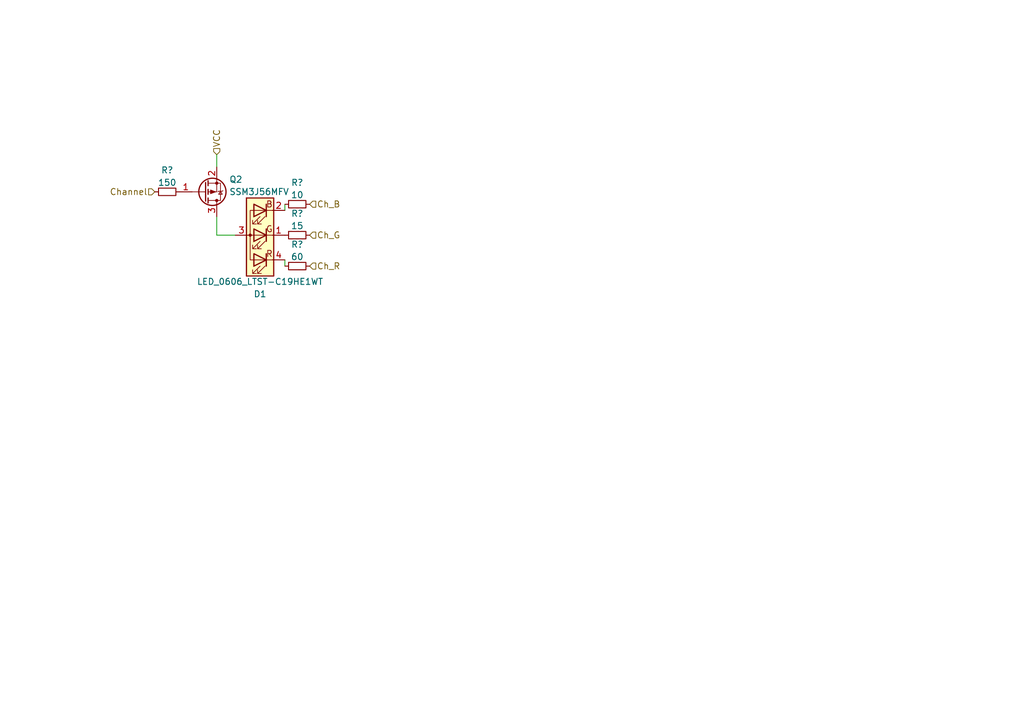
<source format=kicad_sch>
(kicad_sch (version 20230121) (generator eeschema)
  (paper "A5")
  (lib_symbols
    (symbol "Device:LED_GBAR" (pin_names (offset 0) hide)
      (property "Reference" "D" (at 0 9.398 0))
      (property "Value" "LED_GBAR" (at 0 -8.89 0))
      (symbol "LED_GBAR_0_0"
        (text "B" (at -1.905 -6.35 0) (effects (font (size 1.27 1.27))))
        (text "G" (at -1.905 -1.27 0) (effects (font (size 1.27 1.27))))
        (text "R" (at -1.905 3.81 0) (effects (font (size 1.27 1.27))))
      )
      (symbol "LED_GBAR_0_1"
        (polyline (pts (xy -1.27 -5.08) (xy -2.54 -5.08)))
        (polyline (pts (xy -1.27 -5.08) (xy 1.27 -5.08)))
        (polyline (pts (xy -1.27 -3.81) (xy -1.27 -6.35)) (stroke (width 0.254)))
        (polyline (pts (xy -1.27 0) (xy -2.54 0)))
        (polyline (pts (xy -1.27 1.27) (xy -1.27 -1.27)) (stroke (width 0.254)))
        (polyline (pts (xy -1.27 5.08) (xy -2.54 5.08)))
        (polyline (pts (xy -1.27 5.08) (xy 1.27 5.08)))
        (polyline (pts (xy -1.27 6.35) (xy -1.27 3.81)) (stroke (width 0.254)))
        (polyline (pts (xy 1.27 0) (xy -1.27 0)))
        (polyline (pts (xy 1.27 0) (xy 2.54 0)))
        (polyline (pts (xy -1.27 1.27) (xy -1.27 -1.27) (xy -1.27 -1.27)))
        (polyline (pts (xy -1.27 6.35) (xy -1.27 3.81) (xy -1.27 3.81)))
        (polyline (pts (xy 1.27 -5.08) (xy 2.032 -5.08) (xy 2.032 5.08) (xy 1.27 5.08)))
        (polyline (pts (xy 1.27 -3.81) (xy 1.27 -6.35) (xy -1.27 -5.08) (xy 1.27 -3.81)) (stroke (width 0.254)))
        (polyline (pts (xy 1.27 1.27) (xy 1.27 -1.27) (xy -1.27 0) (xy 1.27 1.27)) (stroke (width 0.254)))
        (polyline (pts (xy 1.27 6.35) (xy 1.27 3.81) (xy -1.27 5.08) (xy 1.27 6.35)) (stroke (width 0.254)))
        (polyline (pts (xy -1.016 -3.81) (xy 0.508 -2.286) (xy -0.254 -2.286) (xy 0.508 -2.286) (xy 0.508 -3.048)))
        (polyline (pts (xy -1.016 1.27) (xy 0.508 2.794) (xy -0.254 2.794) (xy 0.508 2.794) (xy 0.508 2.032)))
        (polyline (pts (xy -1.016 6.35) (xy 0.508 7.874) (xy -0.254 7.874) (xy 0.508 7.874) (xy 0.508 7.112)))
        (polyline (pts (xy 0 -3.81) (xy 1.524 -2.286) (xy 0.762 -2.286) (xy 1.524 -2.286) (xy 1.524 -3.048)))
        (polyline (pts (xy 0 1.27) (xy 1.524 2.794) (xy 0.762 2.794) (xy 1.524 2.794) (xy 1.524 2.032)))
        (polyline (pts (xy 0 6.35) (xy 1.524 7.874) (xy 0.762 7.874) (xy 1.524 7.874) (xy 1.524 7.112)))
        (rectangle (start 1.27 -1.27) (end 1.27 1.27))
        (rectangle (start 1.27 1.27) (end 1.27 1.27))
        (rectangle (start 1.27 3.81) (end 1.27 6.35))
        (rectangle (start 1.27 6.35) (end 1.27 6.35))
        (circle (center 2.032 0) (radius 0.254) (fill (type outline)))
        (rectangle (start 2.794 8.382) (end -2.794 -7.62) (stroke (width 0.254)) (fill (type background)))
      )
      (symbol "LED_GBAR_1_1"
        (pin passive line (at -5.08 0 0) (length 2.54) (name "GK") (number "1"))
        (pin passive line (at -5.08 -5.08 0) (length 2.54) (name "BK") (number "2"))
        (pin passive line (at 5.08 0 180) (length 2.54) (name "A") (number "3"))
        (pin passive line (at -5.08 5.08 0) (length 2.54) (name "RK") (number "4"))
      )
    )
    (symbol "Device:R_Small" (pin_numbers hide) (pin_names (offset 0.254) hide)
      (property "Reference" "R" (at 0.762 0.508 0))
      (property "Value" "R_Small" (at 0.762 -1.016 0))
      (symbol "R_Small_0_1"
        (rectangle (start -0.762 1.778) (end 0.762 -1.778) (stroke (width 0.2032)))
      )
      (symbol "R_Small_1_1"
        (pin passive line (at 0 2.54 270) (length 0.762) (name "~") (number "1"))
        (pin passive line (at 0 -2.54 90) (length 0.762) (name "~") (number "2"))
      )
    )
    (symbol "Transistor_FET:SSM3J56MFV" (pin_names hide)
      (property "Reference" "Q" (at 5.08 1.905 0))
      (property "Value" "SSM3J56MFV" (at 5.08 0 0))
      (symbol "SSM3J56MFV_0_1"
        (polyline (pts (xy 0.254 0) (xy -2.54 0)))
        (polyline (pts (xy 0.254 1.905) (xy 0.254 -1.905)) (stroke (width 0.254)))
        (polyline (pts (xy 0.762 -1.27) (xy 0.762 -2.286)) (stroke (width 0.254)))
        (polyline (pts (xy 0.762 0.508) (xy 0.762 -0.508)) (stroke (width 0.254)))
        (polyline (pts (xy 0.762 2.286) (xy 0.762 1.27)) (stroke (width 0.254)))
        (polyline (pts (xy 2.54 2.54) (xy 2.54 1.778)))
        (polyline (pts (xy 2.54 -2.54) (xy 2.54 0) (xy 0.762 0)))
        (polyline (pts (xy 0.762 -1.778) (xy 3.302 -1.778) (xy 3.302 1.778) (xy 0.762 1.778)))
        (polyline (pts (xy 2.286 0) (xy 1.27 -0.381) (xy 1.27 0.381) (xy 2.286 0)) (fill (type outline)))
        (polyline (pts (xy 3.302 -0.127) (xy 3.683 0.508) (xy 2.921 0.508) (xy 3.302 -0.127)))
        (polyline (pts (xy 3.81 -0.254) (xy 3.683 -0.127) (xy 2.921 -0.127) (xy 2.794 0)))
        (circle (center 1.651 0) (radius 2.794) (stroke (width 0.254)))
        (circle (center 2.54 -1.778) (radius 0.254) (fill (type outline)))
        (circle (center 2.54 1.778) (radius 0.254) (fill (type outline)))
      )
      (symbol "SSM3J56MFV_1_1"
        (pin input line (at -5.08 0 0) (length 2.54) (name "G") (number "1"))
        (pin passive line (at 2.54 -5.08 90) (length 2.54) (name "S") (number "2"))
        (pin passive line (at 2.54 5.08 270) (length 2.54) (name "D") (number "3"))
      )
    )
  )
  (wire (pts (xy 58.42 41.91) (xy 58.42 43.18)))
  (wire (pts (xy 44.45 48.26) (xy 48.26 48.26)))
  (wire (pts (xy 44.45 31.75) (xy 44.45 34.29)))
  (wire (pts (xy 44.45 44.45) (xy 44.45 48.26)))
  (wire (pts (xy 58.42 54.61) (xy 58.42 53.34)))
  (hierarchical_label "Ch_B" (shape input) (at 63.5 41.91 0))
  (hierarchical_label "VCC" (shape input) (at 44.45 31.75 90))
  (hierarchical_label "Channel" (shape input) (at 31.75 39.37 180))
  (hierarchical_label "Ch_R" (shape input) (at 63.5 54.61 0))
  (hierarchical_label "Ch_G" (shape input) (at 63.5 48.26 0))
  (symbol (lib_id "Device:LED_GBAR") (at 53.34 48.26 180) (unit 1)
    (property "Reference" "D1" (at 53.34 60.3418 0))
    (property "Value" "LED_0606_LTST-C19HE1WT" (at 53.34 57.8049 0))
    (property "Footprint" "Project_local_footprints:LTST-C19HE1WT" (effects hide))
    (instances (project "ClockRev5" (path "" (reference "D1") (unit 1)) (path "" (reference "D1") (unit 1)) (path "" (reference "D2") (unit 1)) (path "" (reference "D3") (unit 1)) (path "" (reference "D1") (unit 1)) (path "" (reference "D5") (unit 1)) (path "" (reference "D4") (unit 1)) (path "" (reference "D7") (unit 1)) (path "" (reference "D6") (unit 1)) (path "" (reference "D9") (unit 1)) (path "" (reference "D11") (unit 1)) (path "" (reference "D8") (unit 1)) (path "" (reference "D10") (unit 1)) (path "" (reference "D12") (unit 1))))
  )
  (symbol (lib_id "Device:R_Small") (at 34.29 39.37 90) (unit 1)
    (property "Reference" "R?" (at 34.29 34.9281 90))
    (property "Value" "150" (at 34.29 37.465 90))
    (property "Footprint" "Resistor_SMD:R_0603_1608Metric" (effects hide))
    (instances (project "ClockRev5" (path "" (reference "R?") (unit 1)) (path "" (reference "R15") (unit 1)) (path "" (reference "R19") (unit 1)) (path "" (reference "R23") (unit 1)) (path "" (reference "R15") (unit 1)) (path "" (reference "R31") (unit 1)) (path "" (reference "R27") (unit 1)) (path "" (reference "R39") (unit 1)) (path "" (reference "R35") (unit 1)) (path "" (reference "R47") (unit 1)) (path "" (reference "R55") (unit 1)) (path "" (reference "R43") (unit 1)) (path "" (reference "R51") (unit 1)) (path "" (reference "R59") (unit 1))))
  )
  (symbol (lib_id "Device:R_Small") (at 60.96 48.26 90) (unit 1)
    (property "Reference" "R?" (at 60.96 43.8181 90))
    (property "Value" "15" (at 60.96 46.355 90))
    (property "Footprint" "Resistor_SMD:R_0603_1608Metric" (effects hide))
    (instances (project "ClockRev5" (path "" (reference "R?") (unit 1)) (path "" (reference "R20") (unit 1)) (path "" (reference "R21") (unit 1)) (path "" (reference "R25") (unit 1)) (path "" (reference "R17") (unit 1)) (path "" (reference "R33") (unit 1)) (path "" (reference "R29") (unit 1)) (path "" (reference "R41") (unit 1)) (path "" (reference "R37") (unit 1)) (path "" (reference "R49") (unit 1)) (path "" (reference "R57") (unit 1)) (path "" (reference "R45") (unit 1)) (path "" (reference "R53") (unit 1)) (path "" (reference "R61") (unit 1))))
  )
  (symbol (lib_id "Transistor_FET:SSM3J56MFV") (at 41.91 39.37 0) (mirror x) (unit 1)
    (property "Reference" "Q2" (at 46.99 36.83 0) (effects (justify left)))
    (property "Value" "SSM3J56MFV" (at 46.99 39.3669 0) (effects (justify left)))
    (property "Footprint" "Package_TO_SOT_SMD:SOT-723" (effects hide))
    (property "Datasheet" "https://toshiba.semicon-storage.com/us/semiconductor/product/mosfets/detail.SSM3J56MFV.html" (effects hide))
    (instances (project "ClockRev5" (path "" (reference "Q2") (unit 1)) (path "" (reference "Q4") (unit 1)) (path "" (reference "Q5") (unit 1)) (path "" (reference "Q6") (unit 1)) (path "" (reference "Q4") (unit 1)) (path "" (reference "Q8") (unit 1)) (path "" (reference "Q7") (unit 1)) (path "" (reference "Q10") (unit 1)) (path "" (reference "Q9") (unit 1)) (path "" (reference "Q12") (unit 1)) (path "" (reference "Q14") (unit 1)) (path "" (reference "Q11") (unit 1)) (path "" (reference "Q13") (unit 1)) (path "" (reference "Q15") (unit 1))))
  )
  (symbol (lib_id "Device:R_Small") (at 60.96 54.61 90) (unit 1)
    (property "Reference" "R?" (at 60.96 50.1681 90))
    (property "Value" "60" (at 60.96 52.705 90))
    (property "Footprint" "Resistor_SMD:R_0603_1608Metric" (effects hide))
    (instances (project "ClockRev5" (path "" (reference "R?") (unit 1)) (path "" (reference "R21") (unit 1)) (path "" (reference "R22") (unit 1)) (path "" (reference "R26") (unit 1)) (path "" (reference "R18") (unit 1)) (path "" (reference "R34") (unit 1)) (path "" (reference "R30") (unit 1)) (path "" (reference "R42") (unit 1)) (path "" (reference "R38") (unit 1)) (path "" (reference "R50") (unit 1)) (path "" (reference "R58") (unit 1)) (path "" (reference "R46") (unit 1)) (path "" (reference "R54") (unit 1)) (path "" (reference "R62") (unit 1))))
  )
  (symbol (lib_id "Device:R_Small") (at 60.96 41.91 90) (unit 1)
    (property "Reference" "R?" (at 60.96 37.4681 90))
    (property "Value" "10" (at 60.96 40.005 90))
    (property "Footprint" "Resistor_SMD:R_0603_1608Metric" (effects hide))
    (instances (project "ClockRev5" (path "" (reference "R?") (unit 1)) (path "" (reference "R19") (unit 1)) (path "" (reference "R20") (unit 1)) (path "" (reference "R24") (unit 1)) (path "" (reference "R16") (unit 1)) (path "" (reference "R32") (unit 1)) (path "" (reference "R28") (unit 1)) (path "" (reference "R40") (unit 1)) (path "" (reference "R36") (unit 1)) (path "" (reference "R48") (unit 1)) (path "" (reference "R56") (unit 1)) (path "" (reference "R44") (unit 1)) (path "" (reference "R52") (unit 1)) (path "" (reference "R60") (unit 1))))
  )
)
</source>
